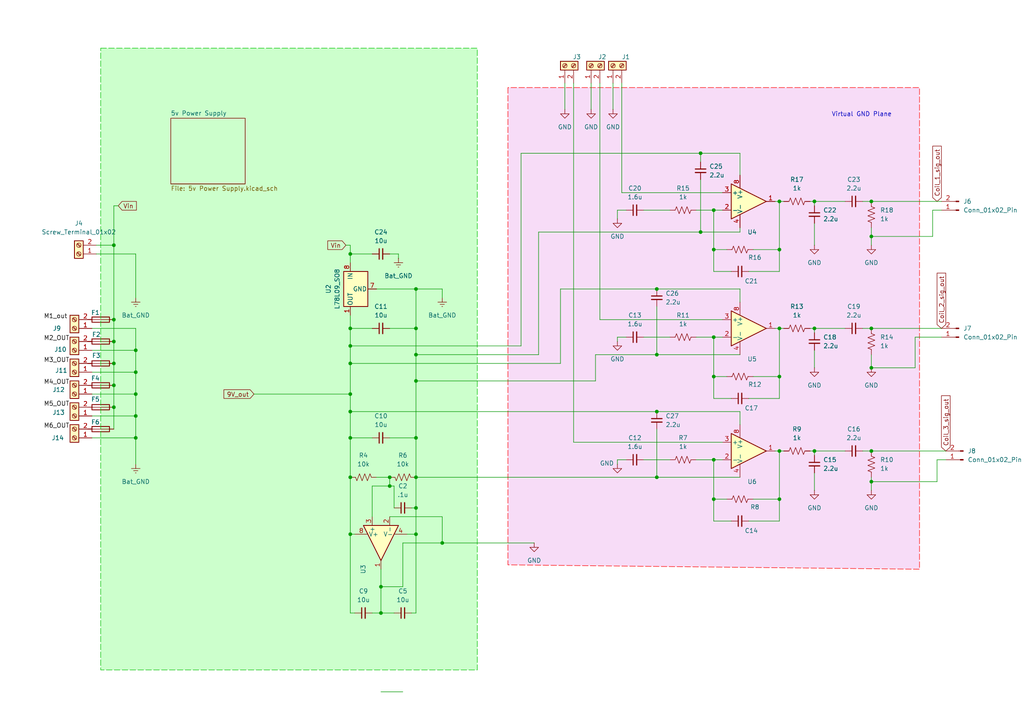
<source format=kicad_sch>
(kicad_sch (version 20250114) (generator "eeschema") (generator_version "9.0")
  (paper "A4")
  (lib_symbols
    (symbol "Connector:Conn_01x02_Pin" (pin_names (offset 1.016) (hide yes))
      (property "Reference" "J" (at 0 2.54 0))
      (property "Value" "Conn_01x02_Pin" (at 0 -5.08 0))
      (symbol "Conn_01x02_Pin_1_1"
        (rectangle (start 0.8636 0.127) (end 0 -0.127) (stroke (width 0.1524)) (fill (type outline)))
        (rectangle (start 0.8636 -2.413) (end 0 -2.667) (stroke (width 0.1524)) (fill (type outline)))
        (polyline (pts (xy 1.27 0) (xy 0.8636 0)) (stroke (width 0.1524)))
        (polyline (pts (xy 1.27 -2.54) (xy 0.8636 -2.54)) (stroke (width 0.1524)))
        (pin passive line (at 5.08 0 180) (length 3.81) (name "Pin_1") (number "1"))
        (pin passive line (at 5.08 -2.54 180) (length 3.81) (name "Pin_2") (number "2"))
      )
    )
    (symbol "Connector:Screw_Terminal_01x02" (pin_names (offset 1.016) (hide yes))
      (property "Reference" "J" (at 0 2.54 0))
      (property "Value" "Screw_Terminal_01x02" (at 0 -5.08 0))
      (symbol "Screw_Terminal_01x02_1_1"
        (rectangle (start -1.27 1.27) (end 1.27 -3.81) (stroke (width 0.254)) (fill (type background)))
        (polyline (pts (xy -0.5334 0.3302) (xy 0.3302 -0.508)) (stroke (width 0.1524)))
        (polyline (pts (xy -0.5334 -2.2098) (xy 0.3302 -3.048)) (stroke (width 0.1524)))
        (polyline (pts (xy -0.3556 0.508) (xy 0.508 -0.3302)) (stroke (width 0.1524)))
        (polyline (pts (xy -0.3556 -2.032) (xy 0.508 -2.8702)) (stroke (width 0.1524)))
        (circle (center 0 0) (radius 0.635) (stroke (width 0.1524)))
        (circle (center 0 -2.54) (radius 0.635) (stroke (width 0.1524)))
        (pin passive line (at -5.08 0 0) (length 3.81) (name "Pin_1") (number "1"))
        (pin passive line (at -5.08 -2.54 0) (length 3.81) (name "Pin_2") (number "2"))
      )
    )
    (symbol "Device:C_Small" (pin_numbers (hide yes)) (pin_names (offset 0.254) (hide yes))
      (property "Reference" "C" (at 0.254 1.778 0))
      (property "Value" "C_Small" (at 0.254 -2.032 0))
      (symbol "C_Small_0_1"
        (polyline (pts (xy -1.524 0.508) (xy 1.524 0.508)) (stroke (width 0.3048)))
        (polyline (pts (xy -1.524 -0.508) (xy 1.524 -0.508)) (stroke (width 0.3302)))
      )
      (symbol "C_Small_1_1"
        (pin passive line (at 0 2.54 270) (length 2.032) (name "~") (number "1"))
        (pin passive line (at 0 -2.54 90) (length 2.032) (name "~") (number "2"))
      )
    )
    (symbol "Device:Fuse" (pin_numbers (hide yes)) (pin_names (offset 0))
      (property "Reference" "F" (at 2.032 0 90))
      (property "Value" "Fuse" (at -1.905 0 90))
      (symbol "Fuse_0_1"
        (rectangle (start -0.762 -2.54) (end 0.762 2.54) (stroke (width 0.254)))
        (polyline (pts (xy 0 2.54) (xy 0 -2.54)))
      )
      (symbol "Fuse_1_1"
        (pin passive line (at 0 3.81 270) (length 1.27) (name "~") (number "1"))
        (pin passive line (at 0 -3.81 90) (length 1.27) (name "~") (number "2"))
      )
    )
    (symbol "Device:R_US" (pin_numbers (hide yes)) (pin_names (offset 0))
      (property "Reference" "R" (at 2.54 0 90))
      (property "Value" "R_US" (at -2.54 0 90))
      (symbol "R_US_0_1"
        (polyline (pts (xy 0 2.286) (xy 0 2.54)))
        (polyline (pts (xy 0 2.286) (xy 1.016 1.905) (xy 0 1.524) (xy -1.016 1.143) (xy 0 0.762)))
        (polyline (pts (xy 0 0.762) (xy 1.016 0.381) (xy 0 0) (xy -1.016 -0.381) (xy 0 -0.762)))
        (polyline (pts (xy 0 -0.762) (xy 1.016 -1.143) (xy 0 -1.524) (xy -1.016 -1.905) (xy 0 -2.286)))
        (polyline (pts (xy 0 -2.286) (xy 0 -2.54)))
      )
      (symbol "R_US_1_1"
        (pin passive line (at 0 3.81 270) (length 1.27) (name "~") (number "1"))
        (pin passive line (at 0 -3.81 90) (length 1.27) (name "~") (number "2"))
      )
    )
    (symbol "Fuse_1" (pin_numbers (hide yes)) (pin_names (offset 0))
      (property "Reference" "F1" (at 2.032 1.524 90))
      (symbol "Fuse_1_0_1"
        (rectangle (start -0.762 -2.54) (end 0.762 2.54) (stroke (width 0.254)))
        (polyline (pts (xy 0 2.54) (xy 0 -2.54)))
      )
      (symbol "Fuse_1_1_1"
        (pin passive line (at 0 3.81 270) (length 1.27) (name "~") (number "1"))
        (pin passive line (at 0 -3.81 90) (length 1.27) (name "~") (number "2"))
      )
    )
    (symbol "OPAMP_1" (pin_names (offset 0.254))
      (property "Reference" "U3" (at 7.62 5.1502 0))
      (property "Value" "${SIM.PARAMS}" (at 7.62 3.2451 0))
      (symbol "OPAMP_1_0_1"
        (polyline (pts (xy 5.08 0) (xy -5.08 5.08) (xy -5.08 -5.08) (xy 5.08 0)) (stroke (width 0.254)) (fill (type background)))
      )
      (symbol "OPAMP_1_1_1"
        (pin input line (at -7.62 2.54 0) (length 2.54) (name "+") (number "3"))
        (pin input line (at -7.62 -2.54 0) (length 2.54) (name "-") (number "2"))
        (pin power_in line (at -2.54 7.62 270) (length 3.81) (name "V+") (number "8"))
        (pin power_in line (at -2.54 -7.62 90) (length 3.81) (name "V-") (number "4"))
        (pin output line (at 7.62 0 180) (length 2.54) (name "~") (number "1"))
      )
    )
    (symbol "Regulator_Linear:L78L09_SO8" (pin_names (offset 0.254))
      (property "Reference" "U" (at -3.81 3.175 0))
      (property "Value" "L78L09_SO8" (at 0 3.175 0))
      (symbol "L78L09_SO8_0_1"
        (rectangle (start -5.08 1.905) (end 5.08 -5.08) (stroke (width 0.254)) (fill (type background)))
      )
      (symbol "L78L09_SO8_1_1"
        (pin power_in line (at -7.62 0 0) (length 2.54) (name "IN") (number "8"))
        (pin no_connect line (at -5.08 -2.54 0) (length 2.54) (hide yes) (name "NC") (number "4"))
        (pin passive line (at 0 -7.62 90) (length 2.54) (hide yes) (name "GND") (number "2"))
        (pin passive line (at 0 -7.62 90) (length 2.54) (hide yes) (name "GND") (number "3"))
        (pin passive line (at 0 -7.62 90) (length 2.54) (hide yes) (name "GND") (number "6"))
        (pin power_in line (at 0 -7.62 90) (length 2.54) (name "GND") (number "7"))
        (pin no_connect line (at 5.08 -2.54 180) (length 2.54) (hide yes) (name "NC") (number "5"))
        (pin power_out line (at 7.62 0 180) (length 2.54) (name "OUT") (number "1"))
      )
    )
    (symbol "power:GND" (power) (pin_numbers (hide yes)) (pin_names (offset 0) (hide yes))
      (property "Value" "GND" (at 0 -3.81 0))
      (symbol "GND_0_1"
        (polyline (pts (xy 0 0) (xy 0 -1.27) (xy 1.27 -1.27) (xy 0 -2.54) (xy -1.27 -1.27) (xy 0 -1.27)))
      )
      (symbol "GND_1_1"
        (pin power_in line (at 0 0 270) (length 0) (name "~") (number "1"))
      )
    )
    (symbol "power:GNDREF" (power) (pin_numbers (hide yes)) (pin_names (offset 0) (hide yes))
      (property "Value" "GNDREF" (at 0 -3.81 0))
      (symbol "GNDREF_0_1"
        (polyline (pts (xy -0.635 -1.905) (xy 0.635 -1.905)))
        (polyline (pts (xy -0.127 -2.54) (xy 0.127 -2.54)))
        (polyline (pts (xy 0 -1.27) (xy 0 0)))
        (polyline (pts (xy 1.27 -1.27) (xy -1.27 -1.27)))
      )
      (symbol "GNDREF_1_1"
        (pin power_in line (at 0 0 270) (length 0) (name "~") (number "1"))
      )
    )
  )
  (text "Virtual GND Plane" (at 249.936 33.274 0) (effects (font (size 1.27 1.27))))
  (junction (at 101.6 138.43))
  (junction (at 120.65 95.25))
  (junction (at 33.02 99.06))
  (junction (at 120.65 110.49))
  (junction (at 39.37 107.95))
  (junction (at 207.01 60.96))
  (junction (at 226.06 144.78))
  (junction (at 190.5 83.82))
  (junction (at 33.02 92.71))
  (junction (at 101.6 105.41))
  (junction (at 252.73 130.81))
  (junction (at 113.03 138.43))
  (junction (at 236.22 130.81))
  (junction (at 101.6 100.33))
  (junction (at 120.65 147.32))
  (junction (at 252.73 68.58))
  (junction (at 120.65 154.94))
  (junction (at 39.37 114.3))
  (junction (at 110.49 170.18))
  (junction (at 113.03 140.97))
  (junction (at 207.01 144.78))
  (junction (at 101.6 119.38))
  (junction (at 207.01 133.35))
  (junction (at 252.73 106.68))
  (junction (at 128.27 157.48))
  (junction (at 252.73 58.42))
  (junction (at 190.5 138.43))
  (junction (at 203.2 67.31))
  (junction (at 207.01 72.39))
  (junction (at 120.65 83.82))
  (junction (at 101.6 127))
  (junction (at 101.6 73.66))
  (junction (at 203.2 44.45))
  (junction (at 207.01 97.79))
  (junction (at 226.06 58.42))
  (junction (at 39.37 127))
  (junction (at 207.01 109.22))
  (junction (at 33.02 71.12))
  (junction (at 252.73 139.7))
  (junction (at 226.06 95.25))
  (junction (at 110.49 177.8))
  (junction (at 33.02 111.76))
  (junction (at 236.22 58.42))
  (junction (at 101.6 114.3))
  (junction (at 33.02 105.41))
  (junction (at 190.5 119.38))
  (junction (at 101.6 154.94))
  (junction (at 33.02 118.11))
  (junction (at 120.65 102.87))
  (junction (at 101.6 95.25))
  (junction (at 252.73 95.25))
  (junction (at 226.06 72.39))
  (junction (at 226.06 130.81))
  (junction (at 120.65 138.43))
  (junction (at 190.5 102.87))
  (junction (at 39.37 120.65))
  (junction (at 39.37 101.6))
  (junction (at 236.22 95.25))
  (junction (at 120.65 127))
  (junction (at 226.06 109.22))
  (wire (pts (xy 186.69 133.35) (xy 194.31 133.35)))
  (wire (pts (xy 207.01 78.74) (xy 212.09 78.74)))
  (wire (pts (xy 120.65 127) (xy 120.65 138.43)))
  (wire (pts (xy 252.73 138.43) (xy 252.73 139.7)))
  (wire (pts (xy 252.73 139.7) (xy 252.73 142.24)))
  (wire (pts (xy 120.65 110.49) (xy 120.65 127)))
  (wire (pts (xy 218.44 144.78) (xy 226.06 144.78)))
  (wire (pts (xy 186.69 60.96) (xy 194.31 60.96)))
  (wire (pts (xy 151.13 44.45) (xy 151.13 100.33)))
  (wire (pts (xy 101.6 95.25) (xy 107.95 95.25)))
  (wire (pts (xy 39.37 95.25) (xy 39.37 101.6)))
  (wire (pts (xy 250.19 130.81) (xy 252.73 130.81)))
  (wire (pts (xy 173.99 24.13) (xy 173.99 92.71)))
  (wire (pts (xy 207.01 72.39) (xy 210.82 72.39)))
  (wire (pts (xy 116.84 157.48) (xy 128.27 157.48)))
  (wire (pts (xy 236.22 58.42) (xy 245.11 58.42)))
  (wire (pts (xy 203.2 67.31) (xy 156.21 67.31)))
  (wire (pts (xy 107.95 177.8) (xy 110.49 177.8)))
  (wire (pts (xy 172.72 110.49) (xy 120.65 110.49)))
  (wire (pts (xy 203.2 44.45) (xy 203.2 46.99)))
  (wire (pts (xy 101.6 127) (xy 107.95 127)))
  (wire (pts (xy 207.01 97.79) (xy 207.01 109.22)))
  (wire (pts (xy 271.78 133.35) (xy 274.32 133.35)))
  (wire (pts (xy 214.63 67.31) (xy 203.2 67.31)))
  (wire (pts (xy 100.33 71.12) (xy 101.6 71.12)))
  (wire (pts (xy 39.37 107.95) (xy 39.37 114.3)))
  (wire (pts (xy 177.8 24.13) (xy 177.8 31.75)))
  (wire (pts (xy 236.22 130.81) (xy 245.11 130.81)))
  (wire (pts (xy 214.63 83.82) (xy 190.5 83.82)))
  (wire (pts (xy 224.79 58.42) (xy 226.06 58.42)))
  (wire (pts (xy 252.73 130.81) (xy 274.32 130.81)))
  (wire (pts (xy 120.65 138.43) (xy 190.5 138.43)))
  (wire (pts (xy 113.03 127) (xy 120.65 127)))
  (wire (pts (xy 120.65 138.43) (xy 120.65 147.32)))
  (wire (pts (xy 234.95 95.25) (xy 236.22 95.25)))
  (wire (pts (xy 109.22 83.82) (xy 120.65 83.82)))
  (wire (pts (xy 120.65 154.94) (xy 118.11 154.94)))
  (wire (pts (xy 226.06 72.39) (xy 226.06 78.74)))
  (wire (pts (xy 101.6 100.33) (xy 151.13 100.33)))
  (wire (pts (xy 39.37 120.65) (xy 39.37 127)))
  (wire (pts (xy 156.21 67.31) (xy 156.21 102.87)))
  (wire (pts (xy 252.73 68.58) (xy 270.51 68.58)))
  (wire (pts (xy 201.93 60.96) (xy 207.01 60.96)))
  (wire (pts (xy 39.37 73.66) (xy 39.37 86.36)))
  (wire (pts (xy 226.06 109.22) (xy 226.06 115.57)))
  (wire (pts (xy 26.67 120.65) (xy 39.37 120.65)))
  (wire (pts (xy 113.03 140.97) (xy 114.3 140.97)))
  (wire (pts (xy 120.65 154.94) (xy 120.65 177.8)))
  (wire (pts (xy 209.55 55.88) (xy 180.34 55.88)))
  (wire (pts (xy 101.6 127) (xy 101.6 138.43)))
  (wire (pts (xy 186.69 97.79) (xy 194.31 97.79)))
  (wire (pts (xy 179.07 133.35) (xy 179.07 134.62)))
  (wire (pts (xy 181.61 133.35) (xy 179.07 133.35)))
  (wire (pts (xy 214.63 44.45) (xy 203.2 44.45)))
  (wire (pts (xy 102.87 177.8) (xy 101.6 177.8)))
  (wire (pts (xy 107.95 73.66) (xy 101.6 73.66)))
  (wire (pts (xy 120.65 147.32) (xy 120.65 154.94)))
  (wire (pts (xy 113.03 140.97) (xy 113.03 138.43)))
  (wire (pts (xy 33.02 59.69) (xy 33.02 71.12)))
  (wire (pts (xy 207.01 133.35) (xy 209.55 133.35)))
  (wire (pts (xy 214.63 50.8) (xy 214.63 44.45)))
  (wire (pts (xy 236.22 64.77) (xy 236.22 71.12)))
  (wire (pts (xy 234.95 130.81) (xy 236.22 130.81)))
  (wire (pts (xy 33.02 124.46) (xy 33.02 118.11)))
  (wire (pts (xy 101.6 119.38) (xy 190.5 119.38)))
  (wire (pts (xy 120.65 83.82) (xy 120.65 95.25)))
  (wire (pts (xy 110.49 165.1) (xy 110.49 170.18)))
  (wire (pts (xy 271.78 139.7) (xy 271.78 133.35)))
  (wire (pts (xy 252.73 66.04) (xy 252.73 68.58)))
  (wire (pts (xy 201.93 133.35) (xy 207.01 133.35)))
  (wire (pts (xy 110.49 200.66) (xy 116.84 200.66)))
  (wire (pts (xy 214.63 123.19) (xy 214.63 119.38)))
  (wire (pts (xy 179.07 97.79) (xy 179.07 99.06)))
  (wire (pts (xy 27.94 73.66) (xy 39.37 73.66)))
  (wire (pts (xy 27.94 71.12) (xy 33.02 71.12)))
  (wire (pts (xy 190.5 102.87) (xy 172.72 102.87)))
  (wire (pts (xy 33.02 71.12) (xy 33.02 92.71)))
  (wire (pts (xy 113.03 73.66) (xy 115.57 73.66)))
  (wire (pts (xy 226.06 144.78) (xy 226.06 151.13)))
  (wire (pts (xy 101.6 91.44) (xy 101.6 95.25)))
  (wire (pts (xy 270.51 60.96) (xy 273.05 60.96)))
  (wire (pts (xy 120.65 102.87) (xy 120.65 110.49)))
  (wire (pts (xy 252.73 58.42) (xy 273.05 58.42)))
  (wire (pts (xy 101.6 154.94) (xy 101.6 177.8)))
  (wire (pts (xy 33.02 92.71) (xy 33.02 99.06)))
  (wire (pts (xy 217.17 115.57) (xy 226.06 115.57)))
  (wire (pts (xy 224.79 130.81) (xy 226.06 130.81)))
  (wire (pts (xy 234.95 58.42) (xy 236.22 58.42)))
  (wire (pts (xy 207.01 144.78) (xy 207.01 151.13)))
  (wire (pts (xy 116.84 170.18) (xy 116.84 157.48)))
  (wire (pts (xy 226.06 58.42) (xy 226.06 72.39)))
  (wire (pts (xy 190.5 88.9) (xy 190.5 102.87)))
  (wire (pts (xy 120.65 83.82) (xy 128.27 83.82)))
  (wire (pts (xy 207.01 151.13) (xy 212.09 151.13)))
  (wire (pts (xy 119.38 147.32) (xy 120.65 147.32)))
  (wire (pts (xy 203.2 44.45) (xy 151.13 44.45)))
  (wire (pts (xy 107.95 140.97) (xy 113.03 140.97)))
  (wire (pts (xy 110.49 177.8) (xy 114.3 177.8)))
  (wire (pts (xy 217.17 78.74) (xy 226.06 78.74)))
  (wire (pts (xy 162.56 83.82) (xy 162.56 105.41)))
  (wire (pts (xy 207.01 115.57) (xy 212.09 115.57)))
  (wire (pts (xy 166.37 128.27) (xy 209.55 128.27)))
  (wire (pts (xy 109.22 138.43) (xy 113.03 138.43)))
  (wire (pts (xy 207.01 72.39) (xy 207.01 78.74)))
  (wire (pts (xy 101.6 119.38) (xy 101.6 127)))
  (wire (pts (xy 110.49 170.18) (xy 110.49 177.8)))
  (wire (pts (xy 265.43 97.79) (xy 265.43 106.68)))
  (wire (pts (xy 252.73 102.87) (xy 252.73 106.68)))
  (wire (pts (xy 252.73 139.7) (xy 271.78 139.7)))
  (wire (pts (xy 101.6 105.41) (xy 101.6 114.3)))
  (wire (pts (xy 171.45 24.13) (xy 171.45 31.75)))
  (wire (pts (xy 190.5 138.43) (xy 214.63 138.43)))
  (wire (pts (xy 39.37 127) (xy 39.37 134.62)))
  (wire (pts (xy 39.37 114.3) (xy 39.37 120.65)))
  (wire (pts (xy 113.03 95.25) (xy 120.65 95.25)))
  (wire (pts (xy 207.01 97.79) (xy 209.55 97.79)))
  (wire (pts (xy 207.01 144.78) (xy 210.82 144.78)))
  (wire (pts (xy 115.57 73.66) (xy 115.57 74.93)))
  (wire (pts (xy 26.67 107.95) (xy 39.37 107.95)))
  (wire (pts (xy 128.27 149.86) (xy 128.27 157.48)))
  (wire (pts (xy 207.01 60.96) (xy 207.01 72.39)))
  (wire (pts (xy 226.06 130.81) (xy 227.33 130.81)))
  (wire (pts (xy 226.06 95.25) (xy 226.06 109.22)))
  (wire (pts (xy 207.01 133.35) (xy 207.01 144.78)))
  (wire (pts (xy 217.17 151.13) (xy 226.06 151.13)))
  (wire (pts (xy 190.5 119.38) (xy 214.63 119.38)))
  (wire (pts (xy 190.5 83.82) (xy 162.56 83.82)))
  (wire (pts (xy 107.95 140.97) (xy 107.95 149.86)))
  (wire (pts (xy 179.07 60.96) (xy 179.07 63.5)))
  (wire (pts (xy 110.49 170.18) (xy 116.84 170.18)))
  (wire (pts (xy 120.65 95.25) (xy 120.65 102.87)))
  (wire (pts (xy 207.01 109.22) (xy 207.01 115.57)))
  (wire (pts (xy 33.02 111.76) (xy 33.02 118.11)))
  (wire (pts (xy 236.22 130.81) (xy 236.22 132.08)))
  (wire (pts (xy 226.06 58.42) (xy 227.33 58.42)))
  (wire (pts (xy 218.44 109.22) (xy 226.06 109.22)))
  (wire (pts (xy 226.06 95.25) (xy 227.33 95.25)))
  (wire (pts (xy 214.63 87.63) (xy 214.63 83.82)))
  (wire (pts (xy 113.03 149.86) (xy 128.27 149.86)))
  (wire (pts (xy 252.73 68.58) (xy 252.73 71.12)))
  (wire (pts (xy 201.93 97.79) (xy 207.01 97.79)))
  (wire (pts (xy 128.27 86.36) (xy 128.27 83.82)))
  (wire (pts (xy 250.19 58.42) (xy 252.73 58.42)))
  (wire (pts (xy 181.61 60.96) (xy 179.07 60.96)))
  (wire (pts (xy 265.43 106.68) (xy 252.73 106.68)))
  (wire (pts (xy 33.02 105.41) (xy 33.02 111.76)))
  (wire (pts (xy 33.02 99.06) (xy 33.02 105.41)))
  (wire (pts (xy 39.37 101.6) (xy 39.37 107.95)))
  (wire (pts (xy 207.01 60.96) (xy 209.55 60.96)))
  (wire (pts (xy 173.99 92.71) (xy 209.55 92.71)))
  (wire (pts (xy 166.37 24.13) (xy 166.37 128.27)))
  (wire (pts (xy 26.67 127) (xy 39.37 127)))
  (wire (pts (xy 250.19 95.25) (xy 252.73 95.25)))
  (wire (pts (xy 101.6 95.25) (xy 101.6 100.33)))
  (wire (pts (xy 252.73 95.25) (xy 273.05 95.25)))
  (wire (pts (xy 236.22 137.16) (xy 236.22 142.24)))
  (wire (pts (xy 236.22 95.25) (xy 236.22 96.52)))
  (wire (pts (xy 26.67 95.25) (xy 39.37 95.25)))
  (wire (pts (xy 224.79 95.25) (xy 226.06 95.25)))
  (wire (pts (xy 163.83 24.13) (xy 163.83 31.75)))
  (wire (pts (xy 101.6 71.12) (xy 101.6 73.66)))
  (wire (pts (xy 101.6 138.43) (xy 101.6 154.94)))
  (wire (pts (xy 128.27 157.48) (xy 154.94 157.48)))
  (wire (pts (xy 236.22 58.42) (xy 236.22 59.69)))
  (wire (pts (xy 73.66 114.3) (xy 101.6 114.3)))
  (wire (pts (xy 207.01 109.22) (xy 210.82 109.22)))
  (wire (pts (xy 172.72 102.87) (xy 172.72 110.49)))
  (wire (pts (xy 180.34 24.13) (xy 180.34 55.88)))
  (wire (pts (xy 26.67 114.3) (xy 39.37 114.3)))
  (wire (pts (xy 214.63 102.87) (xy 190.5 102.87)))
  (wire (pts (xy 119.38 177.8) (xy 120.65 177.8)))
  (wire (pts (xy 26.67 101.6) (xy 39.37 101.6)))
  (wire (pts (xy 156.21 102.87) (xy 120.65 102.87)))
  (wire (pts (xy 181.61 97.79) (xy 179.07 97.79)))
  (wire (pts (xy 203.2 52.07) (xy 203.2 67.31)))
  (wire (pts (xy 101.6 114.3) (xy 101.6 119.38)))
  (wire (pts (xy 214.63 66.04) (xy 214.63 67.31)))
  (wire (pts (xy 270.51 68.58) (xy 270.51 60.96)))
  (wire (pts (xy 226.06 130.81) (xy 226.06 144.78)))
  (wire (pts (xy 236.22 95.25) (xy 245.11 95.25)))
  (wire (pts (xy 34.29 59.69) (xy 33.02 59.69)))
  (wire (pts (xy 101.6 73.66) (xy 101.6 76.2)))
  (wire (pts (xy 102.87 154.94) (xy 101.6 154.94)))
  (wire (pts (xy 218.44 72.39) (xy 226.06 72.39)))
  (wire (pts (xy 190.5 124.46) (xy 190.5 138.43)))
  (wire (pts (xy 114.3 140.97) (xy 114.3 147.32)))
  (wire (pts (xy 101.6 105.41) (xy 162.56 105.41)))
  (wire (pts (xy 236.22 101.6) (xy 236.22 106.68)))
  (wire (pts (xy 273.05 97.79) (xy 265.43 97.79)))
  (wire (pts (xy 101.6 100.33) (xy 101.6 105.41)))
  (label "M2_OUT" (at 12.7 99.06 0))
  (label "M3_OUT" (at 12.7 105.41 0))
  (label "M5_OUT" (at 12.7 118.11 0))
  (label "M4_OUT" (at 12.7 111.76 0))
  (label "M6_OUT" (at 12.7 124.46 0))
  (label "M1_out" (at 12.7 92.71 0))
  (global_label "Coil_3_sig_out" (shape input) (at 274.32 130.81 90) (property "Intersheetrefs" "${INTERSHEET_REFS}" (effects (hide yes))))
  (global_label "Coil_2_sig_out" (shape input) (at 273.05 95.25 90) (property "Intersheetrefs" "${INTERSHEET_REFS}" (effects (hide yes))))
  (global_label "Coil_1_sig_out" (shape input) (at 271.78 58.42 90) (property "Intersheetrefs" "${INTERSHEET_REFS}" (effects (hide yes))))
  (global_label "Vin" (shape input) (at 100.33 71.12 180) (property "Intersheetrefs" "${INTERSHEET_REFS}" (effects (hide yes))))
  (global_label "Vin" (shape input) (at 34.29 59.69 0) (property "Intersheetrefs" "${INTERSHEET_REFS}" (effects (hide yes))))
  (global_label "9V_out" (shape input) (at 73.66 114.3 180) (property "Intersheetrefs" "${INTERSHEET_REFS}" (effects (hide yes))))
  (rule_area (polyline (pts (xy 29.21 13.97) (xy 138.43 13.97) (xy 138.43 194.31) (xy 29.21 194.31) (xy 29.21 190.5)) (stroke (width 0) (type dash) (color 0 194 0 1)) (fill (type color) (color 0 255 0 0.2))))
  (rule_area (polyline (pts (xy 147.32 25.4) (xy 147.32 163.83) (xy 266.7 165.1) (xy 266.7 25.4) (xy 266.7 25.4)) (stroke (width 0) (type dash)) (fill (type color) (color 194 0 194 0.14))))
  (symbol (lib_id "Device:R_US") (at 231.14 58.42 90) (unit 1)
    (property "Reference" "R17" (at 231.14 52.07 90))
    (property "Value" "1k" (at 231.14 54.61 90))
    (property "Footprint" "Resistor_SMD:R_0805_2012Metric_Pad1.20x1.40mm_HandSolder" (effects (hide yes)))
    (property "Description" "Resistor, US symbol" (effects (hide yes)))
  )
  (symbol (lib_id "Device:C_Small") (at 236.22 134.62 0) (unit 1)
    (property "Reference" "C15" (at 238.76 133.3562 0) (effects (justify left)))
    (property "Value" "2.2u" (at 238.76 135.8962 0) (effects (justify left)))
    (property "Footprint" "Capacitor_SMD:C_0805_2012Metric_Pad1.18x1.45mm_HandSolder" (effects (hide yes)))
    (property "Description" "Unpolarized capacitor, small symbol" (effects (hide yes)))
  )
  (symbol (lib_id "power:GND") (at 252.73 142.24 0) (unit 1)
    (property "Reference" "#PWR011" (effects (hide yes)))
    (property "Value" "GND" (at 252.73 147.32 0))
    (property "Description" "Power symbol creates a global label with name \"GND\" , ground" (effects (hide yes)))
  )
  (symbol (lib_id "Device:C_Small") (at 247.65 130.81 90) (unit 1)
    (property "Reference" "C16" (at 247.6563 124.46 90))
    (property "Value" "2.2u" (at 247.6563 127 90))
    (property "Footprint" "Capacitor_SMD:C_0805_2012Metric_Pad1.18x1.45mm_HandSolder" (effects (hide yes)))
    (property "Description" "Unpolarized capacitor, small symbol" (effects (hide yes)))
  )
  (symbol (lib_id "Connector:Screw_Terminal_01x02") (at 21.59 107.95 180) (unit 1)
    (property "Reference" "J11" (at 17.78 107.442 0))
    (property "Value" "Screw_Terminal_01x02" (effects (hide yes)))
    (property "Footprint" "Connector_PinHeader_2.00mm:2_Pin_Screw_Term" (effects (hide yes)))
    (property "Description" "Generic screw terminal, single row, 01x02, script generated (kicad-library-utils/schlib/autogen/connector/)" (effects (hide yes)))
  )
  (symbol (lib_id "power:GND") (at 179.07 63.5 0) (unit 1)
    (property "Reference" "#PWR05" (effects (hide yes)))
    (property "Value" "GND" (at 179.07 68.58 0))
    (property "Description" "Power symbol creates a global label with name \"GND\" , ground" (effects (hide yes)))
  )
  (symbol (lib_id "Connector:Screw_Terminal_01x02") (at 177.8 19.05 90) (unit 1)
    (property "Reference" "J1" (at 180.34 16.51 90) (effects (justify right)))
    (property "Value" "Screw_Terminal_01x02" (effects (hide yes)))
    (property "Footprint" "Connector_PinHeader_2.00mm:2_Pin_Screw_Term" (effects (hide yes)))
    (property "Description" "Generic screw terminal, single row, 01x02, script generated (kicad-library-utils/schlib/autogen/connector/)" (effects (hide yes)))
  )
  (symbol (lib_id "power:GND") (at 236.22 106.68 0) (unit 1)
    (property "Reference" "#PWR08" (effects (hide yes)))
    (property "Value" "GND" (at 236.22 111.76 0))
    (property "Description" "Power symbol creates a global label with name \"GND\" , ground" (effects (hide yes)))
  )
  (symbol (lib_id "Device:R_US") (at 252.73 99.06 180) (unit 1)
    (property "Reference" "R14" (at 255.27 97.7899 0) (effects (justify right)))
    (property "Value" "1k" (at 255.27 100.3299 0) (effects (justify right)))
    (property "Footprint" "Resistor_SMD:R_0805_2012Metric_Pad1.20x1.40mm_HandSolder" (effects (hide yes)))
    (property "Description" "Resistor, US symbol" (effects (hide yes)))
  )
  (symbol (lib_name "OPAMP_1") (lib_id "Simulation_SPICE:OPAMP") (at 217.17 58.42 0) (unit 1)
    (property "Reference" "U4" (at 216.7733 67.31 0) (effects (justify left)))
    (property "Value" "${SIM.PARAMS}" (at 216.7733 64.77 0) (effects (justify left)))
    (property "Footprint" "Package_SO:TL072ACP" (effects (hide yes)))
    (property "Datasheet" "https://ngspice.sourceforge.io/docs/ngspice-html-manual/manual.xhtml#sec__SUBCKT_Subcircuits" (effects (hide yes)))
    (property "Description" "Operational amplifier, single" (effects (hide yes)))
    (property "Sim.Pins" "1=in+ 2=in- 3=vcc 4=vee 5=out" (effects (hide yes)))
    (property "Sim.Device" "SUBCKT" (effects (hide yes)))
    (property "Sim.Library" "${KICAD8_SYMBOL_DIR}/Simulation_SPICE.sp" (effects (hide yes)))
    (property "Sim.Name" "kicad_builtin_opamp" (effects (hide yes)))
  )
  (symbol (lib_name "OPAMP_1") (lib_id "Simulation_SPICE:OPAMP") (at 217.17 95.25 0) (unit 1)
    (property "Reference" "U5" (at 216.7733 104.14 0) (effects (justify left)))
    (property "Value" "${SIM.PARAMS}" (at 216.7733 101.6 0) (effects (justify left)))
    (property "Footprint" "Package_SO:TL072ACP" (effects (hide yes)))
    (property "Datasheet" "https://ngspice.sourceforge.io/docs/ngspice-html-manual/manual.xhtml#sec__SUBCKT_Subcircuits" (effects (hide yes)))
    (property "Description" "Operational amplifier, single" (effects (hide yes)))
    (property "Sim.Pins" "1=in+ 2=in- 3=vcc 4=vee 5=out" (effects (hide yes)))
    (property "Sim.Device" "SUBCKT" (effects (hide yes)))
    (property "Sim.Library" "${KICAD8_SYMBOL_DIR}/Simulation_SPICE.sp" (effects (hide yes)))
    (property "Sim.Name" "kicad_builtin_opamp" (effects (hide yes)))
  )
  (symbol (lib_id "Device:R_US") (at 198.12 60.96 90) (unit 1)
    (property "Reference" "R15" (at 198.12 54.61 90))
    (property "Value" "1k" (at 198.12 57.15 90))
    (property "Footprint" "Resistor_SMD:R_0805_2012Metric_Pad1.20x1.40mm_HandSolder" (effects (hide yes)))
    (property "Description" "Resistor, US symbol" (effects (hide yes)))
  )
  (symbol (lib_name "OPAMP_1") (lib_id "Simulation_SPICE:OPAMP") (at 217.17 130.81 0) (unit 1)
    (property "Reference" "U6" (at 216.7733 139.7 0) (effects (justify left)))
    (property "Value" "${SIM.PARAMS}" (at 216.7733 137.16 0) (effects (justify left)))
    (property "Footprint" "Package_SO:TL072ACP" (effects (hide yes)))
    (property "Datasheet" "https://ngspice.sourceforge.io/docs/ngspice-html-manual/manual.xhtml#sec__SUBCKT_Subcircuits" (effects (hide yes)))
    (property "Description" "Operational amplifier, single" (effects (hide yes)))
    (property "Sim.Pins" "1=in+ 2=in- 3=vcc 4=vee 5=out" (effects (hide yes)))
    (property "Sim.Device" "SUBCKT" (effects (hide yes)))
    (property "Sim.Library" "${KICAD8_SYMBOL_DIR}/Simulation_SPICE.sp" (effects (hide yes)))
    (property "Sim.Name" "kicad_builtin_opamp" (effects (hide yes)))
  )
  (symbol (lib_id "Device:Fuse") (at 29.21 118.11 90) (unit 1)
    (property "Reference" "F5" (at 27.686 115.824 90))
    (property "Value" "Fuse" (effects (hide yes)))
    (property "Footprint" "Fuse:fuse_holder" (effects (hide yes)))
    (property "Description" "Fuse" (effects (hide yes)))
  )
  (symbol (lib_id "Connector:Screw_Terminal_01x02") (at 21.59 95.25 180) (unit 1)
    (property "Reference" "J9" (at 16.51 95.25 0))
    (property "Value" "Screw_Terminal_01x02" (effects (hide yes)))
    (property "Footprint" "Connector_PinHeader_2.00mm:2_Pin_Screw_Term" (effects (hide yes)))
    (property "Description" "Generic screw terminal, single row, 01x02, script generated (kicad-library-utils/schlib/autogen/connector/)" (effects (hide yes)))
  )
  (symbol (lib_id "Device:R_US") (at 252.73 134.62 180) (unit 1)
    (property "Reference" "R10" (at 255.27 133.3499 0) (effects (justify right)))
    (property "Value" "1k" (at 255.27 135.8899 0) (effects (justify right)))
    (property "Footprint" "Resistor_SMD:R_0805_2012Metric_Pad1.20x1.40mm_HandSolder" (effects (hide yes)))
    (property "Description" "Resistor, US symbol" (effects (hide yes)))
  )
  (symbol (lib_id "Device:R_US") (at 198.12 133.35 90) (unit 1)
    (property "Reference" "R7" (at 198.12 127 90))
    (property "Value" "1k" (at 198.12 129.54 90))
    (property "Footprint" "Resistor_SMD:R_0805_2012Metric_Pad1.20x1.40mm_HandSolder" (effects (hide yes)))
    (property "Description" "Resistor, US symbol" (effects (hide yes)))
  )
  (symbol (lib_id "Connector:Screw_Terminal_01x02") (at 163.83 19.05 90) (unit 1)
    (property "Reference" "J3" (at 166.116 16.51 90) (effects (justify right)))
    (property "Value" "Screw_Terminal_01x02" (effects (hide yes)))
    (property "Footprint" "Connector_PinHeader_2.00mm:2_Pin_Screw_Term" (effects (hide yes)))
    (property "Description" "Generic screw terminal, single row, 01x02, script generated (kicad-library-utils/schlib/autogen/connector/)" (effects (hide yes)))
  )
  (symbol (lib_id "power:GND") (at 171.45 31.75 0) (unit 1)
    (property "Reference" "#PWR015" (effects (hide yes)))
    (property "Value" "GND" (at 171.45 36.83 0))
    (property "Description" "Power symbol creates a global label with name \"GND\" , ground" (effects (hide yes)))
  )
  (symbol (lib_id "Device:C_Small") (at 110.49 73.66 90) (mirror x) (unit 1)
    (property "Reference" "C24" (at 110.4963 67.31 90))
    (property "Value" "10u" (at 110.4963 69.85 90))
    (property "Footprint" "Capacitor_SMD:C_0805_2012Metric_Pad1.18x1.45mm_HandSolder" (effects (hide yes)))
    (property "Description" "Unpolarized capacitor, small symbol" (effects (hide yes)))
  )
  (symbol (lib_id "Connector:Screw_Terminal_01x02") (at 171.45 19.05 90) (unit 1)
    (property "Reference" "J2" (at 173.482 16.51 90) (effects (justify right)))
    (property "Value" "Screw_Terminal_01x02" (effects (hide yes)))
    (property "Footprint" "Connector_PinHeader_2.00mm:2_Pin_Screw_Term" (effects (hide yes)))
    (property "Description" "Generic screw terminal, single row, 01x02, script generated (kicad-library-utils/schlib/autogen/connector/)" (effects (hide yes)))
  )
  (symbol (lib_id "Device:C_Small") (at 116.84 147.32 90) (mirror x) (unit 1)
    (property "Reference" "C2" (at 116.8463 140.97 90))
    (property "Value" ".1u" (at 116.8463 143.51 90))
    (property "Footprint" "Capacitor_SMD:C_0805_2012Metric_Pad1.18x1.45mm_HandSolder" (effects (hide yes)))
    (property "Description" "Unpolarized capacitor, small symbol" (effects (hide yes)))
  )
  (symbol (lib_id "Device:R_US") (at 231.14 130.81 90) (unit 1)
    (property "Reference" "R9" (at 231.14 124.46 90))
    (property "Value" "1k" (at 231.14 127 90))
    (property "Footprint" "Resistor_SMD:R_0805_2012Metric_Pad1.20x1.40mm_HandSolder" (effects (hide yes)))
    (property "Description" "Resistor, US symbol" (effects (hide yes)))
  )
  (symbol (lib_id "Device:Fuse") (at 29.21 124.46 90) (unit 1)
    (property "Reference" "F6" (at 27.686 122.428 90))
    (property "Value" "Fuse" (effects (hide yes)))
    (property "Footprint" "Fuse:fuse_holder" (effects (hide yes)))
    (property "Description" "Fuse" (effects (hide yes)))
  )
  (symbol (lib_id "Connector:Conn_01x02_Pin") (at 278.13 97.79 180) (unit 1)
    (property "Reference" "J7" (at 279.4 95.2499 0) (effects (justify right)))
    (property "Value" "Conn_01x02_Pin" (at 279.4 97.7899 0) (effects (justify right)))
    (property "Footprint" "Connector_Wire:SolderWire-0.5sqmm_1x02_P4.6mm_D0.9mm_OD2.1mm" (effects (hide yes)))
    (property "Description" "Generic connector, single row, 01x02, script generated" (effects (hide yes)))
  )
  (symbol (lib_id "Device:C_Small") (at 214.63 115.57 90) (unit 1)
    (property "Reference" "C17" (at 217.932 118.364 90))
    (property "Value" ".1u" (effects (hide yes)))
    (property "Footprint" "Capacitor_SMD:C_0805_2012Metric_Pad1.18x1.45mm_HandSolder" (effects (hide yes)))
    (property "Description" "Unpolarized capacitor, small symbol" (effects (hide yes)))
  )
  (symbol (lib_id "Device:Fuse") (at 29.21 99.06 90) (unit 1)
    (property "Reference" "F2" (at 27.94 97.028 90))
    (property "Value" "Fuse" (effects (hide yes)))
    (property "Footprint" "Fuse:fuse_holder" (effects (hide yes)))
    (property "Description" "Fuse" (effects (hide yes)))
  )
  (symbol (lib_id "Device:R_US") (at 214.63 144.78 90) (unit 1)
    (property "Reference" "R8" (at 218.948 147.066 90))
    (property "Value" "200k" (effects (hide yes)))
    (property "Footprint" "Resistor_SMD:R_0805_2012Metric_Pad1.20x1.40mm_HandSolder" (effects (hide yes)))
    (property "Description" "Resistor, US symbol" (effects (hide yes)))
  )
  (symbol (lib_id "Connector:Screw_Terminal_01x02") (at 21.59 101.6 180) (unit 1)
    (property "Reference" "J10" (at 17.526 101.346 0))
    (property "Value" "Screw_Terminal_01x02" (effects (hide yes)))
    (property "Footprint" "Connector_PinHeader_2.00mm:2_Pin_Screw_Term" (effects (hide yes)))
    (property "Description" "Generic screw terminal, single row, 01x02, script generated (kicad-library-utils/schlib/autogen/connector/)" (effects (hide yes)))
  )
  (symbol (lib_id "Device:R_US") (at 105.41 138.43 90) (mirror x) (unit 1)
    (property "Reference" "R4" (at 105.41 132.08 90))
    (property "Value" "10k" (at 105.41 134.62 90))
    (property "Footprint" "Resistor_SMD:R_0805_2012Metric_Pad1.20x1.40mm_HandSolder" (effects (hide yes)))
    (property "Description" "Resistor, US symbol" (effects (hide yes)))
  )
  (symbol (lib_id "Device:C_Small") (at 110.49 95.25 90) (mirror x) (unit 1)
    (property "Reference" "C11" (at 110.4963 88.9 90))
    (property "Value" "10u" (at 110.4963 91.44 90))
    (property "Footprint" "Capacitor_SMD:C_0805_2012Metric_Pad1.18x1.45mm_HandSolder" (effects (hide yes)))
    (property "Description" "Unpolarized capacitor, small symbol" (effects (hide yes)))
  )
  (symbol (lib_id "power:GND") (at 236.22 142.24 0) (unit 1)
    (property "Reference" "#PWR010" (effects (hide yes)))
    (property "Value" "GND" (at 236.22 147.32 0))
    (property "Description" "Power symbol creates a global label with name \"GND\" , ground" (effects (hide yes)))
  )
  (symbol (lib_name "OPAMP_1") (lib_id "Simulation_SPICE:OPAMP") (at 110.49 157.48 90) (mirror x) (unit 1)
    (property "Reference" "U3" (at 105.3398 165.1 0))
    (property "Value" "${SIM.PARAMS}" (at 107.2449 165.1 0))
    (property "Footprint" "Package_SO:TL072ACP" (effects (hide yes)))
    (property "Datasheet" "https://ngspice.sourceforge.io/docs/ngspice-html-manual/manual.xhtml#sec__SUBCKT_Subcircuits" (effects (hide yes)))
    (property "Description" "Operational amplifier, single" (effects (hide yes)))
    (property "Sim.Pins" "1=in+ 2=in- 3=vcc 4=vee 5=out" (effects (hide yes)))
    (property "Sim.Device" "SUBCKT" (effects (hide yes)))
    (property "Sim.Library" "${KICAD8_SYMBOL_DIR}/Simulation_SPICE.sp" (effects (hide yes)))
    (property "Sim.Name" "kicad_builtin_opamp" (effects (hide yes)))
  )
  (symbol (lib_id "Device:R_US") (at 252.73 62.23 180) (unit 1)
    (property "Reference" "R18" (at 255.27 60.9599 0) (effects (justify right)))
    (property "Value" "1k" (at 255.27 63.4999 0) (effects (justify right)))
    (property "Footprint" "Resistor_SMD:R_0805_2012Metric_Pad1.20x1.40mm_HandSolder" (effects (hide yes)))
    (property "Description" "Resistor, US symbol" (effects (hide yes)))
  )
  (symbol (lib_id "Device:Fuse") (at 29.21 105.41 90) (unit 1)
    (property "Reference" "F3" (at 27.94 103.124 90))
    (property "Value" "Fuse" (effects (hide yes)))
    (property "Footprint" "Fuse:fuse_holder" (effects (hide yes)))
    (property "Description" "Fuse" (effects (hide yes)))
  )
  (symbol (lib_name "Fuse_1") (lib_id "Device:Fuse") (at 29.21 92.71 90) (unit 1)
    (property "Reference" "F1" (at 27.686 90.678 90))
    (property "Value" "Fuse" (effects (hide yes)))
    (property "Footprint" "Fuse:fuse_holder" (effects (hide yes)))
    (property "Description" "Fuse" (effects (hide yes)))
  )
  (symbol (lib_id "power:GND") (at 177.8 31.75 0) (unit 1)
    (property "Reference" "#PWR014" (effects (hide yes)))
    (property "Value" "GND" (at 177.8 36.83 0))
    (property "Description" "Power symbol creates a global label with name \"GND\" , ground" (effects (hide yes)))
  )
  (symbol (lib_id "Device:C_Small") (at 105.41 177.8 90) (mirror x) (unit 1)
    (property "Reference" "C9" (at 105.4163 171.45 90))
    (property "Value" "10u" (at 105.4163 173.99 90))
    (property "Footprint" "Capacitor_SMD:C_0805_2012Metric_Pad1.18x1.45mm_HandSolder" (effects (hide yes)))
    (property "Description" "Unpolarized capacitor, small symbol" (effects (hide yes)))
  )
  (symbol (lib_id "power:GND") (at 236.22 71.12 0) (unit 1)
    (property "Reference" "#PWR04" (effects (hide yes)))
    (property "Value" "GND" (at 236.22 76.2 0))
    (property "Description" "Power symbol creates a global label with name \"GND\" , ground" (effects (hide yes)))
  )
  (symbol (lib_id "Device:C_Small") (at 190.5 121.92 0) (unit 1)
    (property "Reference" "C27" (at 193.04 120.6562 0) (effects (justify left)))
    (property "Value" "2.2u" (at 193.04 123.1962 0) (effects (justify left)))
    (property "Footprint" "Capacitor_SMD:C_0805_2012Metric_Pad1.18x1.45mm_HandSolder" (effects (hide yes)))
    (property "Description" "Unpolarized capacitor, small symbol" (effects (hide yes)))
  )
  (symbol (lib_id "Device:C_Small") (at 236.22 62.23 0) (unit 1)
    (property "Reference" "C22" (at 238.76 60.9662 0) (effects (justify left)))
    (property "Value" "2.2u" (at 238.76 63.5062 0) (effects (justify left)))
    (property "Footprint" "Capacitor_SMD:C_0805_2012Metric_Pad1.18x1.45mm_HandSolder" (effects (hide yes)))
    (property "Description" "Unpolarized capacitor, small symbol" (effects (hide yes)))
  )
  (symbol (lib_id "Connector:Screw_Terminal_01x02") (at 21.59 114.3 180) (unit 1)
    (property "Reference" "J12" (at 17.018 113.03 0))
    (property "Value" "Screw_Terminal_01x02" (effects (hide yes)))
    (property "Footprint" "Connector_PinHeader_2.00mm:2_Pin_Screw_Term" (effects (hide yes)))
    (property "Description" "Generic screw terminal, single row, 01x02, script generated (kicad-library-utils/schlib/autogen/connector/)" (effects (hide yes)))
  )
  (symbol (lib_id "Device:C_Small") (at 190.5 86.36 0) (unit 1)
    (property "Reference" "C26" (at 193.04 85.0962 0) (effects (justify left)))
    (property "Value" "2.2u" (at 193.04 87.6362 0) (effects (justify left)))
    (property "Footprint" "Capacitor_SMD:C_0805_2012Metric_Pad1.18x1.45mm_HandSolder" (effects (hide yes)))
    (property "Description" "Unpolarized capacitor, small symbol" (effects (hide yes)))
  )
  (symbol (lib_id "power:GND") (at 252.73 106.68 0) (unit 1)
    (property "Reference" "#PWR09" (effects (hide yes)))
    (property "Value" "GND" (at 252.73 111.76 0))
    (property "Description" "Power symbol creates a global label with name \"GND\" , ground" (effects (hide yes)))
  )
  (symbol (lib_id "Device:C_Small") (at 184.15 133.35 90) (unit 1)
    (property "Reference" "C12" (at 184.1563 127 90))
    (property "Value" "1.6u" (at 184.1563 129.54 90))
    (property "Footprint" "Capacitor_SMD:C_0805_2012Metric_Pad1.18x1.45mm_HandSolder" (effects (hide yes)))
    (property "Description" "Unpolarized capacitor, small symbol" (effects (hide yes)))
  )
  (symbol (lib_id "power:GNDREF") (at 39.37 134.62 0) (unit 1)
    (property "Reference" "#PWR018" (effects (hide yes)))
    (property "Value" "Bat_GND" (at 39.37 139.7 0))
    (property "Description" "Power symbol creates a global label with name \"GNDREF\" , reference supply ground" (effects (hide yes)))
  )
  (symbol (lib_id "Connector:Screw_Terminal_01x02") (at 21.59 127 180) (unit 1)
    (property "Reference" "J14" (at 16.764 127 0))
    (property "Value" "Screw_Terminal_01x02" (effects (hide yes)))
    (property "Footprint" "Connector_PinHeader_2.00mm:2_Pin_Screw_Term" (effects (hide yes)))
    (property "Description" "Generic screw terminal, single row, 01x02, script generated (kicad-library-utils/schlib/autogen/connector/)" (effects (hide yes)))
  )
  (symbol (lib_id "Device:C_Small") (at 247.65 95.25 90) (unit 1)
    (property "Reference" "C19" (at 247.6563 88.9 90))
    (property "Value" "2.2u" (at 247.6563 91.44 90))
    (property "Footprint" "Capacitor_SMD:C_0805_2012Metric_Pad1.18x1.45mm_HandSolder" (effects (hide yes)))
    (property "Description" "Unpolarized capacitor, small symbol" (effects (hide yes)))
  )
  (symbol (lib_id "Device:R_US") (at 214.63 109.22 90) (unit 1)
    (property "Reference" "R12" (at 218.948 111.506 90))
    (property "Value" "200k" (effects (hide yes)))
    (property "Footprint" "Resistor_SMD:R_0805_2012Metric_Pad1.20x1.40mm_HandSolder" (effects (hide yes)))
    (property "Description" "Resistor, US symbol" (effects (hide yes)))
  )
  (symbol (lib_id "Regulator_Linear:L78L09_SO8") (at 101.6 83.82 90) (mirror x) (unit 1)
    (property "Reference" "U2" (at 95.25 83.82 0))
    (property "Value" "L78L09_SO8" (at 97.79 83.82 0))
    (property "Footprint" "Package_SO:SOIC-8_3.9x4.9mm_P1.27mm" (effects (hide yes)))
    (property "Datasheet" "http://www.st.com/content/ccc/resource/technical/document/datasheet/15/55/e5/aa/23/5b/43/fd/CD00000446.pdf/files/CD00000446.pdf/jcr:content/translations/en.CD00000446.pdf" (effects (hide yes)))
    (property "Description" "Positive 100mA 30V Linear Regulator, Fixed Output 9V, SO-8" (effects (hide yes)))
  )
  (symbol (lib_id "Device:C_Small") (at 247.65 58.42 90) (unit 1)
    (property "Reference" "C23" (at 247.6563 52.07 90))
    (property "Value" "2.2u" (at 247.6563 54.61 90))
    (property "Footprint" "Capacitor_SMD:C_0805_2012Metric_Pad1.18x1.45mm_HandSolder" (effects (hide yes)))
    (property "Description" "Unpolarized capacitor, small symbol" (effects (hide yes)))
  )
  (symbol (lib_id "Device:C_Small") (at 214.63 78.74 90) (unit 1)
    (property "Reference" "C21" (at 217.932 81.534 90))
    (property "Value" ".1u" (effects (hide yes)))
    (property "Footprint" "Capacitor_SMD:C_0805_2012Metric_Pad1.18x1.45mm_HandSolder" (effects (hide yes)))
    (property "Description" "Unpolarized capacitor, small symbol" (effects (hide yes)))
  )
  (symbol (lib_id "power:GND") (at 252.73 71.12 0) (unit 1)
    (property "Reference" "#PWR03" (effects (hide yes)))
    (property "Value" "GND" (at 252.73 76.2 0))
    (property "Description" "Power symbol creates a global label with name \"GND\" , ground" (effects (hide yes)))
  )
  (symbol (lib_id "Device:R_US") (at 214.63 72.39 90) (unit 1)
    (property "Reference" "R16" (at 218.948 74.676 90))
    (property "Value" "200k" (effects (hide yes)))
    (property "Footprint" "Resistor_SMD:R_0805_2012Metric_Pad1.20x1.40mm_HandSolder" (effects (hide yes)))
    (property "Description" "Resistor, US symbol" (effects (hide yes)))
  )
  (symbol (lib_id "Device:R_US") (at 198.12 97.79 90) (unit 1)
    (property "Reference" "R11" (at 198.12 91.44 90))
    (property "Value" "1k" (at 198.12 93.98 90))
    (property "Footprint" "Resistor_SMD:R_0805_2012Metric_Pad1.20x1.40mm_HandSolder" (effects (hide yes)))
    (property "Description" "Resistor, US symbol" (effects (hide yes)))
  )
  (symbol (lib_id "Device:C_Small") (at 116.84 177.8 90) (mirror x) (unit 1)
    (property "Reference" "C5" (at 116.8463 171.45 90))
    (property "Value" "10u" (at 116.8463 173.99 90))
    (property "Footprint" "Capacitor_SMD:C_0805_2012Metric_Pad1.18x1.45mm_HandSolder" (effects (hide yes)))
    (property "Description" "Unpolarized capacitor, small symbol" (effects (hide yes)))
  )
  (symbol (lib_id "Device:R_US") (at 231.14 95.25 90) (unit 1)
    (property "Reference" "R13" (at 231.14 88.9 90))
    (property "Value" "1k" (at 231.14 91.44 90))
    (property "Footprint" "Resistor_SMD:R_0805_2012Metric_Pad1.20x1.40mm_HandSolder" (effects (hide yes)))
    (property "Description" "Resistor, US symbol" (effects (hide yes)))
  )
  (symbol (lib_id "power:GNDREF") (at 115.57 74.93 0) (unit 1)
    (property "Reference" "#PWR020" (effects (hide yes)))
    (property "Value" "Bat_GND" (at 115.57 80.01 0))
    (property "Description" "Power symbol creates a global label with name \"GNDREF\" , reference supply ground" (effects (hide yes)))
  )
  (symbol (lib_id "Connector:Conn_01x02_Pin") (at 278.13 60.96 180) (unit 1)
    (property "Reference" "J6" (at 279.4 58.4199 0) (effects (justify right)))
    (property "Value" "Conn_01x02_Pin" (at 279.4 60.9599 0) (effects (justify right)))
    (property "Footprint" "Connector_Wire:SolderWire-0.5sqmm_1x02_P4.6mm_D0.9mm_OD2.1mm" (effects (hide yes)))
    (property "Description" "Generic connector, single row, 01x02, script generated" (effects (hide yes)))
  )
  (symbol (lib_id "power:GND") (at 154.94 157.48 0) (unit 1)
    (property "Reference" "#PWR012" (effects (hide yes)))
    (property "Value" "GND" (at 154.94 162.56 0))
    (property "Description" "Power symbol creates a global label with name \"GND\" , ground" (effects (hide yes)))
  )
  (symbol (lib_id "Device:C_Small") (at 214.63 151.13 90) (unit 1)
    (property "Reference" "C14" (at 217.932 153.924 90))
    (property "Value" ".1u" (effects (hide yes)))
    (property "Footprint" "Capacitor_SMD:C_0805_2012Metric_Pad1.18x1.45mm_HandSolder" (effects (hide yes)))
    (property "Description" "Unpolarized capacitor, small symbol" (effects (hide yes)))
  )
  (symbol (lib_id "power:GNDREF") (at 128.27 86.36 0) (unit 1)
    (property "Reference" "#PWR013" (effects (hide yes)))
    (property "Value" "Bat_GND" (at 128.27 91.44 0))
    (property "Description" "Power symbol creates a global label with name \"GNDREF\" , reference supply ground" (effects (hide yes)))
  )
  (symbol (lib_id "power:GND") (at 179.07 99.06 0) (unit 1)
    (property "Reference" "#PWR06" (effects (hide yes)))
    (property "Value" "GND" (at 179.07 104.14 0))
    (property "Description" "Power symbol creates a global label with name \"GND\" , ground" (effects (hide yes)))
  )
  (symbol (lib_id "power:GND") (at 163.83 31.75 0) (unit 1)
    (property "Reference" "#PWR016" (effects (hide yes)))
    (property "Value" "GND" (at 163.83 36.83 0))
    (property "Description" "Power symbol creates a global label with name \"GND\" , ground" (effects (hide yes)))
  )
  (symbol (lib_id "Connector:Screw_Terminal_01x02") (at 22.86 73.66 180) (unit 1)
    (property "Reference" "J4" (at 22.86 64.77 0))
    (property "Value" "Screw_Terminal_01x02" (at 22.86 67.31 0))
    (property "Footprint" "Connector_PinHeader_2.00mm:2_Pin_Screw_Term" (effects (hide yes)))
    (property "Description" "Generic screw terminal, single row, 01x02, script generated (kicad-library-utils/schlib/autogen/connector/)" (effects (hide yes)))
  )
  (symbol (lib_id "Device:C_Small") (at 236.22 99.06 0) (unit 1)
    (property "Reference" "C18" (at 238.76 97.7962 0) (effects (justify left)))
    (property "Value" "2.2u" (at 238.76 100.3362 0) (effects (justify left)))
    (property "Footprint" "Capacitor_SMD:C_0805_2012Metric_Pad1.18x1.45mm_HandSolder" (effects (hide yes)))
    (property "Description" "Unpolarized capacitor, small symbol" (effects (hide yes)))
  )
  (symbol (lib_id "power:GNDREF") (at 39.37 86.36 0) (unit 1)
    (property "Reference" "#PWR017" (effects (hide yes)))
    (property "Value" "Bat_GND" (at 39.37 91.44 0))
    (property "Description" "Power symbol creates a global label with name \"GNDREF\" , reference supply ground" (effects (hide yes)))
  )
  (symbol (lib_id "Device:Fuse") (at 29.21 111.76 90) (unit 1)
    (property "Reference" "F4" (at 27.686 109.728 90))
    (property "Value" "Fuse" (effects (hide yes)))
    (property "Footprint" "Fuse:fuse_holder" (effects (hide yes)))
    (property "Description" "Fuse" (effects (hide yes)))
  )
  (symbol (lib_id "Connector:Conn_01x02_Pin") (at 279.4 133.35 180) (unit 1)
    (property "Reference" "J8" (at 280.67 130.8099 0) (effects (justify right)))
    (property "Value" "Conn_01x02_Pin" (at 280.67 133.3499 0) (effects (justify right)))
    (property "Footprint" "Connector_Wire:SolderWire-0.5sqmm_1x02_P4.6mm_D0.9mm_OD2.1mm" (effects (hide yes)))
    (property "Description" "Generic connector, single row, 01x02, script generated" (effects (hide yes)))
  )
  (symbol (lib_id "Device:R_US") (at 116.84 138.43 90) (mirror x) (unit 1)
    (property "Reference" "R6" (at 116.84 132.08 90))
    (property "Value" "10k" (at 116.84 134.62 90))
    (property "Footprint" "Resistor_SMD:R_0805_2012Metric_Pad1.20x1.40mm_HandSolder" (effects (hide yes)))
    (property "Description" "Resistor, US symbol" (effects (hide yes)))
  )
  (symbol (lib_id "Device:C_Small") (at 184.15 97.79 90) (unit 1)
    (property "Reference" "C13" (at 184.1563 91.44 90))
    (property "Value" "1.6u" (at 184.1563 93.98 90))
    (property "Footprint" "Capacitor_SMD:C_0805_2012Metric_Pad1.18x1.45mm_HandSolder" (effects (hide yes)))
    (property "Description" "Unpolarized capacitor, small symbol" (effects (hide yes)))
  )
  (symbol (lib_id "power:GND") (at 179.07 134.62 0) (unit 1)
    (property "Reference" "#PWR07" (effects (hide yes)))
    (property "Value" "GND" (at 176.022 134.366 0))
    (property "Description" "Power symbol creates a global label with name \"GND\" , ground" (effects (hide yes)))
  )
  (symbol (lib_id "Device:C_Small") (at 110.49 127 90) (mirror x) (unit 1)
    (property "Reference" "C10" (at 110.4963 120.65 90))
    (property "Value" "10u" (at 110.4963 123.19 90))
    (property "Footprint" "Capacitor_SMD:C_0805_2012Metric_Pad1.18x1.45mm_HandSolder" (effects (hide yes)))
    (property "Description" "Unpolarized capacitor, small symbol" (effects (hide yes)))
  )
  (symbol (lib_id "Device:C_Small") (at 184.15 60.96 90) (unit 1)
    (property "Reference" "C20" (at 184.1563 54.61 90))
    (property "Value" "1.6u" (at 184.1563 57.15 90))
    (property "Footprint" "Capacitor_SMD:C_0805_2012Metric_Pad1.18x1.45mm_HandSolder" (effects (hide yes)))
    (property "Description" "Unpolarized capacitor, small symbol" (effects (hide yes)))
  )
  (symbol (lib_id "Connector:Screw_Terminal_01x02") (at 21.59 120.65 180) (unit 1)
    (property "Reference" "J13" (at 17.018 119.634 0))
    (property "Value" "Screw_Terminal_01x02" (effects (hide yes)))
    (property "Footprint" "Connector_PinHeader_2.00mm:2_Pin_Screw_Term" (effects (hide yes)))
    (property "Description" "Generic screw terminal, single row, 01x02, script generated (kicad-library-utils/schlib/autogen/connector/)" (effects (hide yes)))
  )
  (symbol (lib_id "Device:C_Small") (at 203.2 49.53 0) (unit 1)
    (property "Reference" "C25" (at 205.74 48.2662 0) (effects (justify left)))
    (property "Value" "2.2u" (at 205.74 50.8062 0) (effects (justify left)))
    (property "Footprint" "Capacitor_SMD:C_0805_2012Metric_Pad1.18x1.45mm_HandSolder" (effects (hide yes)))
    (property "Description" "Unpolarized capacitor, small symbol" (effects (hide yes)))
  )
  (sheet (at 49.53 34.29) (size 21.59 19.05) (stroke (width 0.1524))
    (property "Sheetname" "5v Power Supply" (at 49.53 33.5784 0) (effects (justify left bottom)))
    (property "Sheetfile" "5v Power Supply.kicad_sch" (at 49.53 53.9246 0) (effects (justify left top)))
  )
)
</source>
